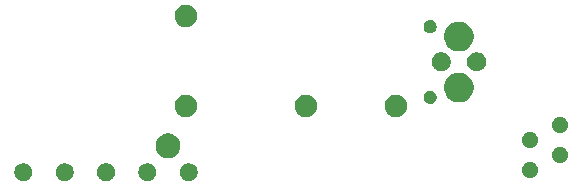
<source format=gbs>
G04 #@! TF.GenerationSoftware,KiCad,Pcbnew,(5.1.4-0-10_14)*
G04 #@! TF.CreationDate,2020-01-14T22:25:27-05:00*
G04 #@! TF.ProjectId,IMD_LATCH,494d445f-4c41-4544-9348-2e6b69636164,1*
G04 #@! TF.SameCoordinates,Original*
G04 #@! TF.FileFunction,Soldermask,Bot*
G04 #@! TF.FilePolarity,Negative*
%FSLAX46Y46*%
G04 Gerber Fmt 4.6, Leading zero omitted, Abs format (unit mm)*
G04 Created by KiCad (PCBNEW (5.1.4-0-10_14)) date 2020-01-14 22:25:27*
%MOMM*%
%LPD*%
G04 APERTURE LIST*
%ADD10C,0.100000*%
G04 APERTURE END LIST*
D10*
G36*
X132192025Y-121568299D02*
G01*
X132316221Y-121593002D01*
X132452622Y-121649501D01*
X132575379Y-121731525D01*
X132679775Y-121835921D01*
X132761799Y-121958678D01*
X132818298Y-122095079D01*
X132847100Y-122239881D01*
X132847100Y-122387519D01*
X132818298Y-122532321D01*
X132761799Y-122668722D01*
X132679775Y-122791479D01*
X132575379Y-122895875D01*
X132452622Y-122977899D01*
X132316221Y-123034398D01*
X132192025Y-123059101D01*
X132171420Y-123063200D01*
X132023780Y-123063200D01*
X132003175Y-123059101D01*
X131878979Y-123034398D01*
X131742578Y-122977899D01*
X131619821Y-122895875D01*
X131515425Y-122791479D01*
X131433401Y-122668722D01*
X131376902Y-122532321D01*
X131348100Y-122387519D01*
X131348100Y-122239881D01*
X131376902Y-122095079D01*
X131433401Y-121958678D01*
X131515425Y-121835921D01*
X131619821Y-121731525D01*
X131742578Y-121649501D01*
X131878979Y-121593002D01*
X132003175Y-121568299D01*
X132023780Y-121564200D01*
X132171420Y-121564200D01*
X132192025Y-121568299D01*
X132192025Y-121568299D01*
G37*
G36*
X128692025Y-121568299D02*
G01*
X128816221Y-121593002D01*
X128952622Y-121649501D01*
X129075379Y-121731525D01*
X129179775Y-121835921D01*
X129261799Y-121958678D01*
X129318298Y-122095079D01*
X129347100Y-122239881D01*
X129347100Y-122387519D01*
X129318298Y-122532321D01*
X129261799Y-122668722D01*
X129179775Y-122791479D01*
X129075379Y-122895875D01*
X128952622Y-122977899D01*
X128816221Y-123034398D01*
X128692025Y-123059101D01*
X128671420Y-123063200D01*
X128523780Y-123063200D01*
X128503175Y-123059101D01*
X128378979Y-123034398D01*
X128242578Y-122977899D01*
X128119821Y-122895875D01*
X128015425Y-122791479D01*
X127933401Y-122668722D01*
X127876902Y-122532321D01*
X127848100Y-122387519D01*
X127848100Y-122239881D01*
X127876902Y-122095079D01*
X127933401Y-121958678D01*
X128015425Y-121835921D01*
X128119821Y-121731525D01*
X128242578Y-121649501D01*
X128378979Y-121593002D01*
X128503175Y-121568299D01*
X128523780Y-121564200D01*
X128671420Y-121564200D01*
X128692025Y-121568299D01*
X128692025Y-121568299D01*
G37*
G36*
X125192025Y-121568299D02*
G01*
X125316221Y-121593002D01*
X125452622Y-121649501D01*
X125575379Y-121731525D01*
X125679775Y-121835921D01*
X125761799Y-121958678D01*
X125818298Y-122095079D01*
X125847100Y-122239881D01*
X125847100Y-122387519D01*
X125818298Y-122532321D01*
X125761799Y-122668722D01*
X125679775Y-122791479D01*
X125575379Y-122895875D01*
X125452622Y-122977899D01*
X125316221Y-123034398D01*
X125192025Y-123059101D01*
X125171420Y-123063200D01*
X125023780Y-123063200D01*
X125003175Y-123059101D01*
X124878979Y-123034398D01*
X124742578Y-122977899D01*
X124619821Y-122895875D01*
X124515425Y-122791479D01*
X124433401Y-122668722D01*
X124376902Y-122532321D01*
X124348100Y-122387519D01*
X124348100Y-122239881D01*
X124376902Y-122095079D01*
X124433401Y-121958678D01*
X124515425Y-121835921D01*
X124619821Y-121731525D01*
X124742578Y-121649501D01*
X124878979Y-121593002D01*
X125003175Y-121568299D01*
X125023780Y-121564200D01*
X125171420Y-121564200D01*
X125192025Y-121568299D01*
X125192025Y-121568299D01*
G37*
G36*
X121692025Y-121568299D02*
G01*
X121816221Y-121593002D01*
X121952622Y-121649501D01*
X122075379Y-121731525D01*
X122179775Y-121835921D01*
X122261799Y-121958678D01*
X122318298Y-122095079D01*
X122347100Y-122239881D01*
X122347100Y-122387519D01*
X122318298Y-122532321D01*
X122261799Y-122668722D01*
X122179775Y-122791479D01*
X122075379Y-122895875D01*
X121952622Y-122977899D01*
X121816221Y-123034398D01*
X121692025Y-123059101D01*
X121671420Y-123063200D01*
X121523780Y-123063200D01*
X121503175Y-123059101D01*
X121378979Y-123034398D01*
X121242578Y-122977899D01*
X121119821Y-122895875D01*
X121015425Y-122791479D01*
X120933401Y-122668722D01*
X120876902Y-122532321D01*
X120848100Y-122387519D01*
X120848100Y-122239881D01*
X120876902Y-122095079D01*
X120933401Y-121958678D01*
X121015425Y-121835921D01*
X121119821Y-121731525D01*
X121242578Y-121649501D01*
X121378979Y-121593002D01*
X121503175Y-121568299D01*
X121523780Y-121564200D01*
X121671420Y-121564200D01*
X121692025Y-121568299D01*
X121692025Y-121568299D01*
G37*
G36*
X118192025Y-121568299D02*
G01*
X118316221Y-121593002D01*
X118452622Y-121649501D01*
X118575379Y-121731525D01*
X118679775Y-121835921D01*
X118761799Y-121958678D01*
X118818298Y-122095079D01*
X118847100Y-122239881D01*
X118847100Y-122387519D01*
X118818298Y-122532321D01*
X118761799Y-122668722D01*
X118679775Y-122791479D01*
X118575379Y-122895875D01*
X118452622Y-122977899D01*
X118316221Y-123034398D01*
X118192025Y-123059101D01*
X118171420Y-123063200D01*
X118023780Y-123063200D01*
X118003175Y-123059101D01*
X117878979Y-123034398D01*
X117742578Y-122977899D01*
X117619821Y-122895875D01*
X117515425Y-122791479D01*
X117433401Y-122668722D01*
X117376902Y-122532321D01*
X117348100Y-122387519D01*
X117348100Y-122239881D01*
X117376902Y-122095079D01*
X117433401Y-121958678D01*
X117515425Y-121835921D01*
X117619821Y-121731525D01*
X117742578Y-121649501D01*
X117878979Y-121593002D01*
X118003175Y-121568299D01*
X118023780Y-121564200D01*
X118171420Y-121564200D01*
X118192025Y-121568299D01*
X118192025Y-121568299D01*
G37*
G36*
X161202373Y-121449138D02*
G01*
X161329949Y-121501982D01*
X161444759Y-121578695D01*
X161542405Y-121676341D01*
X161619118Y-121791151D01*
X161671962Y-121918727D01*
X161698900Y-122054156D01*
X161698900Y-122192244D01*
X161671962Y-122327673D01*
X161619118Y-122455249D01*
X161542405Y-122570059D01*
X161444759Y-122667705D01*
X161329949Y-122744418D01*
X161202373Y-122797262D01*
X161066944Y-122824200D01*
X160928856Y-122824200D01*
X160793427Y-122797262D01*
X160665851Y-122744418D01*
X160551041Y-122667705D01*
X160453395Y-122570059D01*
X160376682Y-122455249D01*
X160323838Y-122327673D01*
X160296900Y-122192244D01*
X160296900Y-122054156D01*
X160323838Y-121918727D01*
X160376682Y-121791151D01*
X160453395Y-121676341D01*
X160551041Y-121578695D01*
X160665851Y-121501982D01*
X160793427Y-121449138D01*
X160928856Y-121422200D01*
X161066944Y-121422200D01*
X161202373Y-121449138D01*
X161202373Y-121449138D01*
G37*
G36*
X163742373Y-120179138D02*
G01*
X163869949Y-120231982D01*
X163984759Y-120308695D01*
X164082405Y-120406341D01*
X164159118Y-120521151D01*
X164211962Y-120648727D01*
X164238900Y-120784156D01*
X164238900Y-120922244D01*
X164211962Y-121057673D01*
X164159118Y-121185249D01*
X164082405Y-121300059D01*
X163984759Y-121397705D01*
X163869949Y-121474418D01*
X163742373Y-121527262D01*
X163606944Y-121554200D01*
X163468856Y-121554200D01*
X163333427Y-121527262D01*
X163205851Y-121474418D01*
X163091041Y-121397705D01*
X162993395Y-121300059D01*
X162916682Y-121185249D01*
X162863838Y-121057673D01*
X162836900Y-120922244D01*
X162836900Y-120784156D01*
X162863838Y-120648727D01*
X162916682Y-120521151D01*
X162993395Y-120406341D01*
X163091041Y-120308695D01*
X163205851Y-120231982D01*
X163333427Y-120179138D01*
X163468856Y-120152200D01*
X163606944Y-120152200D01*
X163742373Y-120179138D01*
X163742373Y-120179138D01*
G37*
G36*
X130651393Y-119082224D02*
G01*
X130840933Y-119160734D01*
X130840935Y-119160735D01*
X130976252Y-119251151D01*
X131011517Y-119274714D01*
X131156586Y-119419783D01*
X131270566Y-119590367D01*
X131349076Y-119779907D01*
X131389100Y-119981120D01*
X131389100Y-120186280D01*
X131349076Y-120387493D01*
X131270566Y-120577033D01*
X131270565Y-120577035D01*
X131156586Y-120747617D01*
X131011517Y-120892686D01*
X130840935Y-121006665D01*
X130840934Y-121006666D01*
X130840933Y-121006666D01*
X130651393Y-121085176D01*
X130450180Y-121125200D01*
X130245020Y-121125200D01*
X130043807Y-121085176D01*
X129854267Y-121006666D01*
X129854266Y-121006666D01*
X129854265Y-121006665D01*
X129683683Y-120892686D01*
X129538614Y-120747617D01*
X129424635Y-120577035D01*
X129424634Y-120577033D01*
X129346124Y-120387493D01*
X129306100Y-120186280D01*
X129306100Y-119981120D01*
X129346124Y-119779907D01*
X129424634Y-119590367D01*
X129538614Y-119419783D01*
X129683683Y-119274714D01*
X129718948Y-119251151D01*
X129854265Y-119160735D01*
X129854267Y-119160734D01*
X130043807Y-119082224D01*
X130245020Y-119042200D01*
X130450180Y-119042200D01*
X130651393Y-119082224D01*
X130651393Y-119082224D01*
G37*
G36*
X161202373Y-118909138D02*
G01*
X161329949Y-118961982D01*
X161444759Y-119038695D01*
X161542405Y-119136341D01*
X161619118Y-119251151D01*
X161671962Y-119378727D01*
X161698900Y-119514156D01*
X161698900Y-119652244D01*
X161671962Y-119787673D01*
X161619118Y-119915249D01*
X161542405Y-120030059D01*
X161444759Y-120127705D01*
X161329949Y-120204418D01*
X161202373Y-120257262D01*
X161066944Y-120284200D01*
X160928856Y-120284200D01*
X160793427Y-120257262D01*
X160665851Y-120204418D01*
X160551041Y-120127705D01*
X160453395Y-120030059D01*
X160376682Y-119915249D01*
X160323838Y-119787673D01*
X160296900Y-119652244D01*
X160296900Y-119514156D01*
X160323838Y-119378727D01*
X160376682Y-119251151D01*
X160453395Y-119136341D01*
X160551041Y-119038695D01*
X160665851Y-118961982D01*
X160793427Y-118909138D01*
X160928856Y-118882200D01*
X161066944Y-118882200D01*
X161202373Y-118909138D01*
X161202373Y-118909138D01*
G37*
G36*
X163742373Y-117639138D02*
G01*
X163869949Y-117691982D01*
X163984759Y-117768695D01*
X164082405Y-117866341D01*
X164159118Y-117981151D01*
X164211962Y-118108727D01*
X164238900Y-118244156D01*
X164238900Y-118382244D01*
X164211962Y-118517673D01*
X164159118Y-118645249D01*
X164082405Y-118760059D01*
X163984759Y-118857705D01*
X163869949Y-118934418D01*
X163742373Y-118987262D01*
X163606944Y-119014200D01*
X163468856Y-119014200D01*
X163333427Y-118987262D01*
X163205851Y-118934418D01*
X163091041Y-118857705D01*
X162993395Y-118760059D01*
X162916682Y-118645249D01*
X162863838Y-118517673D01*
X162836900Y-118382244D01*
X162836900Y-118244156D01*
X162863838Y-118108727D01*
X162916682Y-117981151D01*
X162993395Y-117866341D01*
X163091041Y-117768695D01*
X163205851Y-117691982D01*
X163333427Y-117639138D01*
X163468856Y-117612200D01*
X163606944Y-117612200D01*
X163742373Y-117639138D01*
X163742373Y-117639138D01*
G37*
G36*
X149908795Y-115785846D02*
G01*
X150081866Y-115857534D01*
X150081867Y-115857535D01*
X150237627Y-115961610D01*
X150370090Y-116094073D01*
X150370091Y-116094075D01*
X150474166Y-116249834D01*
X150545854Y-116422905D01*
X150582400Y-116606633D01*
X150582400Y-116793967D01*
X150545854Y-116977695D01*
X150474166Y-117150766D01*
X150474165Y-117150767D01*
X150370090Y-117306527D01*
X150237627Y-117438990D01*
X150159218Y-117491381D01*
X150081866Y-117543066D01*
X149908795Y-117614754D01*
X149725067Y-117651300D01*
X149537733Y-117651300D01*
X149354005Y-117614754D01*
X149180934Y-117543066D01*
X149103582Y-117491381D01*
X149025173Y-117438990D01*
X148892710Y-117306527D01*
X148788635Y-117150767D01*
X148788634Y-117150766D01*
X148716946Y-116977695D01*
X148680400Y-116793967D01*
X148680400Y-116606633D01*
X148716946Y-116422905D01*
X148788634Y-116249834D01*
X148892709Y-116094075D01*
X148892710Y-116094073D01*
X149025173Y-115961610D01*
X149180933Y-115857535D01*
X149180934Y-115857534D01*
X149354005Y-115785846D01*
X149537733Y-115749300D01*
X149725067Y-115749300D01*
X149908795Y-115785846D01*
X149908795Y-115785846D01*
G37*
G36*
X142288795Y-115785846D02*
G01*
X142461866Y-115857534D01*
X142461867Y-115857535D01*
X142617627Y-115961610D01*
X142750090Y-116094073D01*
X142750091Y-116094075D01*
X142854166Y-116249834D01*
X142925854Y-116422905D01*
X142962400Y-116606633D01*
X142962400Y-116793967D01*
X142925854Y-116977695D01*
X142854166Y-117150766D01*
X142854165Y-117150767D01*
X142750090Y-117306527D01*
X142617627Y-117438990D01*
X142539218Y-117491381D01*
X142461866Y-117543066D01*
X142288795Y-117614754D01*
X142105067Y-117651300D01*
X141917733Y-117651300D01*
X141734005Y-117614754D01*
X141560934Y-117543066D01*
X141483582Y-117491381D01*
X141405173Y-117438990D01*
X141272710Y-117306527D01*
X141168635Y-117150767D01*
X141168634Y-117150766D01*
X141096946Y-116977695D01*
X141060400Y-116793967D01*
X141060400Y-116606633D01*
X141096946Y-116422905D01*
X141168634Y-116249834D01*
X141272709Y-116094075D01*
X141272710Y-116094073D01*
X141405173Y-115961610D01*
X141560933Y-115857535D01*
X141560934Y-115857534D01*
X141734005Y-115785846D01*
X141917733Y-115749300D01*
X142105067Y-115749300D01*
X142288795Y-115785846D01*
X142288795Y-115785846D01*
G37*
G36*
X132128795Y-115785846D02*
G01*
X132301866Y-115857534D01*
X132301867Y-115857535D01*
X132457627Y-115961610D01*
X132590090Y-116094073D01*
X132590091Y-116094075D01*
X132694166Y-116249834D01*
X132765854Y-116422905D01*
X132802400Y-116606633D01*
X132802400Y-116793967D01*
X132765854Y-116977695D01*
X132694166Y-117150766D01*
X132694165Y-117150767D01*
X132590090Y-117306527D01*
X132457627Y-117438990D01*
X132379218Y-117491381D01*
X132301866Y-117543066D01*
X132128795Y-117614754D01*
X131945067Y-117651300D01*
X131757733Y-117651300D01*
X131574005Y-117614754D01*
X131400934Y-117543066D01*
X131323582Y-117491381D01*
X131245173Y-117438990D01*
X131112710Y-117306527D01*
X131008635Y-117150767D01*
X131008634Y-117150766D01*
X130936946Y-116977695D01*
X130900400Y-116793967D01*
X130900400Y-116606633D01*
X130936946Y-116422905D01*
X131008634Y-116249834D01*
X131112709Y-116094075D01*
X131112710Y-116094073D01*
X131245173Y-115961610D01*
X131400933Y-115857535D01*
X131400934Y-115857534D01*
X131574005Y-115785846D01*
X131757733Y-115749300D01*
X131945067Y-115749300D01*
X132128795Y-115785846D01*
X132128795Y-115785846D01*
G37*
G36*
X152702751Y-115438880D02*
G01*
X152753620Y-115459951D01*
X152804486Y-115481020D01*
X152896042Y-115542196D01*
X152973904Y-115620058D01*
X153035080Y-115711614D01*
X153044289Y-115733848D01*
X153077220Y-115813349D01*
X153098700Y-115921341D01*
X153098700Y-116031459D01*
X153077220Y-116139451D01*
X153056149Y-116190320D01*
X153035080Y-116241186D01*
X152973904Y-116332742D01*
X152896042Y-116410604D01*
X152804486Y-116471780D01*
X152753620Y-116492849D01*
X152702751Y-116513920D01*
X152594759Y-116535400D01*
X152484641Y-116535400D01*
X152376649Y-116513920D01*
X152325780Y-116492849D01*
X152274914Y-116471780D01*
X152183358Y-116410604D01*
X152105496Y-116332742D01*
X152044320Y-116241186D01*
X152023251Y-116190320D01*
X152002180Y-116139451D01*
X151980700Y-116031459D01*
X151980700Y-115921341D01*
X152002180Y-115813349D01*
X152035111Y-115733848D01*
X152044320Y-115711614D01*
X152105496Y-115620058D01*
X152183358Y-115542196D01*
X152274914Y-115481020D01*
X152325780Y-115459951D01*
X152376649Y-115438880D01*
X152484641Y-115417400D01*
X152594759Y-115417400D01*
X152702751Y-115438880D01*
X152702751Y-115438880D01*
G37*
G36*
X155223426Y-113904862D02*
G01*
X155344899Y-113929025D01*
X155573750Y-114023818D01*
X155779710Y-114161436D01*
X155954864Y-114336590D01*
X156092482Y-114542550D01*
X156187275Y-114771401D01*
X156235600Y-115014347D01*
X156235600Y-115262053D01*
X156187275Y-115504999D01*
X156092482Y-115733850D01*
X155954864Y-115939810D01*
X155779710Y-116114964D01*
X155573750Y-116252582D01*
X155344899Y-116347375D01*
X155223426Y-116371538D01*
X155101954Y-116395700D01*
X154854246Y-116395700D01*
X154732774Y-116371538D01*
X154611301Y-116347375D01*
X154382450Y-116252582D01*
X154176490Y-116114964D01*
X154001336Y-115939810D01*
X153863718Y-115733850D01*
X153768925Y-115504999D01*
X153720600Y-115262053D01*
X153720600Y-115014347D01*
X153768925Y-114771401D01*
X153863718Y-114542550D01*
X154001336Y-114336590D01*
X154176490Y-114161436D01*
X154382450Y-114023818D01*
X154611301Y-113929025D01*
X154732774Y-113904862D01*
X154854246Y-113880700D01*
X155101954Y-113880700D01*
X155223426Y-113904862D01*
X155223426Y-113904862D01*
G37*
G36*
X156713842Y-112197442D02*
G01*
X156861801Y-112258729D01*
X156994955Y-112347699D01*
X157108201Y-112460945D01*
X157197171Y-112594099D01*
X157258458Y-112742058D01*
X157289700Y-112899125D01*
X157289700Y-113059275D01*
X157258458Y-113216342D01*
X157197171Y-113364301D01*
X157108201Y-113497455D01*
X156994955Y-113610701D01*
X156861801Y-113699671D01*
X156713842Y-113760958D01*
X156556775Y-113792200D01*
X156396625Y-113792200D01*
X156239558Y-113760958D01*
X156091599Y-113699671D01*
X155958445Y-113610701D01*
X155845199Y-113497455D01*
X155756229Y-113364301D01*
X155694942Y-113216342D01*
X155663700Y-113059275D01*
X155663700Y-112899125D01*
X155694942Y-112742058D01*
X155756229Y-112594099D01*
X155845199Y-112460945D01*
X155958445Y-112347699D01*
X156091599Y-112258729D01*
X156239558Y-112197442D01*
X156396625Y-112166200D01*
X156556775Y-112166200D01*
X156713842Y-112197442D01*
X156713842Y-112197442D01*
G37*
G36*
X153716642Y-112197442D02*
G01*
X153864601Y-112258729D01*
X153997755Y-112347699D01*
X154111001Y-112460945D01*
X154199971Y-112594099D01*
X154261258Y-112742058D01*
X154292500Y-112899125D01*
X154292500Y-113059275D01*
X154261258Y-113216342D01*
X154199971Y-113364301D01*
X154111001Y-113497455D01*
X153997755Y-113610701D01*
X153864601Y-113699671D01*
X153716642Y-113760958D01*
X153559575Y-113792200D01*
X153399425Y-113792200D01*
X153242358Y-113760958D01*
X153094399Y-113699671D01*
X152961245Y-113610701D01*
X152847999Y-113497455D01*
X152759029Y-113364301D01*
X152697742Y-113216342D01*
X152666500Y-113059275D01*
X152666500Y-112899125D01*
X152697742Y-112742058D01*
X152759029Y-112594099D01*
X152847999Y-112460945D01*
X152961245Y-112347699D01*
X153094399Y-112258729D01*
X153242358Y-112197442D01*
X153399425Y-112166200D01*
X153559575Y-112166200D01*
X153716642Y-112197442D01*
X153716642Y-112197442D01*
G37*
G36*
X155223426Y-109586862D02*
G01*
X155344899Y-109611025D01*
X155573750Y-109705818D01*
X155779710Y-109843436D01*
X155954864Y-110018590D01*
X156092482Y-110224550D01*
X156187275Y-110453401D01*
X156235600Y-110696347D01*
X156235600Y-110944053D01*
X156187275Y-111186999D01*
X156092482Y-111415850D01*
X155954864Y-111621810D01*
X155779710Y-111796964D01*
X155573750Y-111934582D01*
X155344899Y-112029375D01*
X155223426Y-112053537D01*
X155101954Y-112077700D01*
X154854246Y-112077700D01*
X154732774Y-112053537D01*
X154611301Y-112029375D01*
X154382450Y-111934582D01*
X154176490Y-111796964D01*
X154001336Y-111621810D01*
X153863718Y-111415850D01*
X153768925Y-111186999D01*
X153720600Y-110944053D01*
X153720600Y-110696347D01*
X153768925Y-110453401D01*
X153863718Y-110224550D01*
X154001336Y-110018590D01*
X154176490Y-109843436D01*
X154382450Y-109705818D01*
X154611301Y-109611025D01*
X154732774Y-109586862D01*
X154854246Y-109562700D01*
X155101954Y-109562700D01*
X155223426Y-109586862D01*
X155223426Y-109586862D01*
G37*
G36*
X152702751Y-109444480D02*
G01*
X152753620Y-109465551D01*
X152804486Y-109486620D01*
X152896042Y-109547796D01*
X152973904Y-109625658D01*
X153035080Y-109717214D01*
X153056149Y-109768080D01*
X153077220Y-109818949D01*
X153098700Y-109926941D01*
X153098700Y-110037059D01*
X153077220Y-110145051D01*
X153056149Y-110195920D01*
X153035080Y-110246786D01*
X152973904Y-110338342D01*
X152896042Y-110416204D01*
X152804486Y-110477380D01*
X152753620Y-110498449D01*
X152702751Y-110519520D01*
X152594759Y-110541000D01*
X152484641Y-110541000D01*
X152376649Y-110519520D01*
X152325780Y-110498449D01*
X152274914Y-110477380D01*
X152183358Y-110416204D01*
X152105496Y-110338342D01*
X152044320Y-110246786D01*
X152023251Y-110195920D01*
X152002180Y-110145051D01*
X151980700Y-110037059D01*
X151980700Y-109926941D01*
X152002180Y-109818949D01*
X152023251Y-109768080D01*
X152044320Y-109717214D01*
X152105496Y-109625658D01*
X152183358Y-109547796D01*
X152274914Y-109486620D01*
X152325780Y-109465551D01*
X152376649Y-109444480D01*
X152484641Y-109423000D01*
X152594759Y-109423000D01*
X152702751Y-109444480D01*
X152702751Y-109444480D01*
G37*
G36*
X132128795Y-108165846D02*
G01*
X132301866Y-108237534D01*
X132301867Y-108237535D01*
X132457627Y-108341610D01*
X132590090Y-108474073D01*
X132590091Y-108474075D01*
X132694166Y-108629834D01*
X132765854Y-108802905D01*
X132802400Y-108986633D01*
X132802400Y-109173967D01*
X132765854Y-109357695D01*
X132694166Y-109530766D01*
X132694165Y-109530767D01*
X132590090Y-109686527D01*
X132457627Y-109818990D01*
X132421041Y-109843436D01*
X132301866Y-109923066D01*
X132128795Y-109994754D01*
X131945067Y-110031300D01*
X131757733Y-110031300D01*
X131574005Y-109994754D01*
X131400934Y-109923066D01*
X131281759Y-109843436D01*
X131245173Y-109818990D01*
X131112710Y-109686527D01*
X131008635Y-109530767D01*
X131008634Y-109530766D01*
X130936946Y-109357695D01*
X130900400Y-109173967D01*
X130900400Y-108986633D01*
X130936946Y-108802905D01*
X131008634Y-108629834D01*
X131112709Y-108474075D01*
X131112710Y-108474073D01*
X131245173Y-108341610D01*
X131400933Y-108237535D01*
X131400934Y-108237534D01*
X131574005Y-108165846D01*
X131757733Y-108129300D01*
X131945067Y-108129300D01*
X132128795Y-108165846D01*
X132128795Y-108165846D01*
G37*
M02*

</source>
